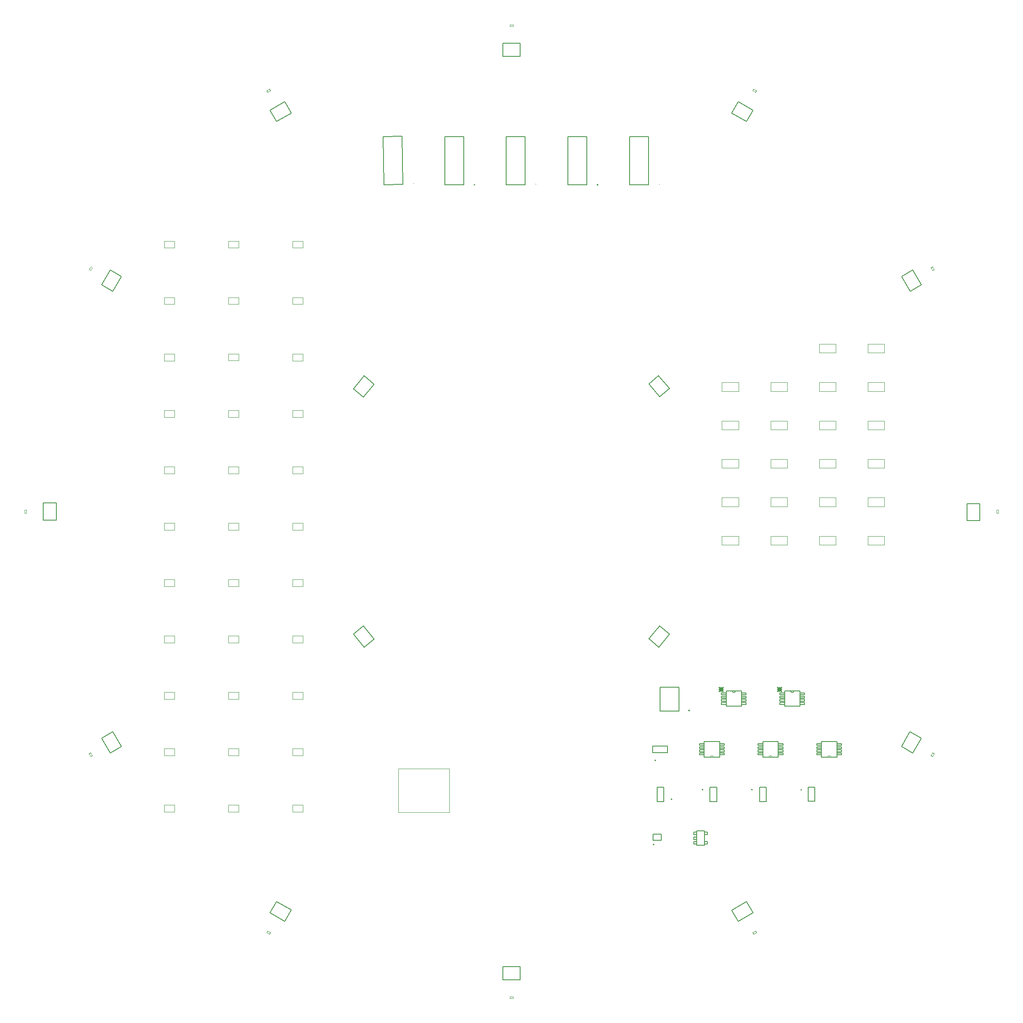
<source format=gbr>
%TF.GenerationSoftware,Altium Limited,Altium Designer,20.2.3 (150)*%
G04 Layer_Color=16711935*
%FSLAX45Y45*%
%MOMM*%
%TF.SameCoordinates,D065702F-5D7C-4ECE-B493-19553C93D9E3*%
%TF.FilePolarity,Positive*%
%TF.FileFunction,Other,Mechanical_13*%
%TF.Part,Single*%
G01*
G75*
%TA.AperFunction,NonConductor*%
%ADD54C,0.20000*%
%ADD55C,0.12700*%
%ADD56C,0.25400*%
%ADD70C,0.00000*%
%ADD71C,0.15240*%
%ADD96C,0.10000*%
D54*
X13933437Y4147240D02*
G03*
X13933437Y4147240I-10000J0D01*
G01*
X14663745Y6905424D02*
G03*
X14663745Y6905424I-10000J0D01*
G01*
X15956410Y5278948D02*
G03*
X15956410Y5278948I-10000J0D01*
G01*
X14300247Y5078948D02*
G03*
X14300247Y5078948I-10000J0D01*
G01*
X14940247Y5278945D02*
G03*
X14940247Y5278945I-10000J0D01*
G01*
X13966934Y5880918D02*
G03*
X13966934Y5880918I-10000J0D01*
G01*
X16972569Y5272947D02*
G03*
X16972569Y5272947I-10000J0D01*
G01*
X14045103Y17729718D02*
G03*
X14045103Y17729718I-7787J-6274D01*
G01*
X10242006Y17732185D02*
G03*
X10242006Y17732185I-5796J-8149D01*
G01*
X11500069Y17733086D02*
G03*
X11500069Y17733086I2653J-9642D01*
G01*
X12780021Y17723444D02*
G03*
X12780021Y17723444I-10000J0D01*
G01*
X8989558Y17746742D02*
G03*
X8989558Y17746742I-3386J-9409D01*
G01*
D55*
X13912840Y4234439D02*
Y4364441D01*
X14082837D01*
Y4234439D02*
Y4364441D01*
X13912840Y4234439D02*
X14082837D01*
X14054745Y6890675D02*
Y7381174D01*
X14444746Y6890675D02*
Y7381174D01*
X14054745D02*
X14444746D01*
X14054745Y6890675D02*
X14444746D01*
X16101411Y5028951D02*
X16241409D01*
X16101411Y5328950D02*
X16241409D01*
Y5028951D02*
Y5328950D01*
X16101411Y5028951D02*
Y5328950D01*
X13995248D02*
X14135246D01*
X13995248Y5028951D02*
X14135246D01*
X13995248D02*
Y5328950D01*
X14135246Y5028951D02*
Y5328950D01*
X15085248Y5028946D02*
X15225249D01*
X15085248Y5328945D02*
X15225249D01*
Y5028946D02*
Y5328945D01*
X15085248Y5028946D02*
Y5328945D01*
X14206931Y6035914D02*
Y6175919D01*
X13906932Y6035914D02*
Y6175919D01*
X14206931D01*
X13906932Y6035914D02*
X14206931D01*
X17107565Y5036449D02*
X17237569D01*
Y5326451D01*
X17107565D02*
X17237569D01*
X17107565Y5036449D02*
Y5326451D01*
X13427817Y17722948D02*
Y18712943D01*
X13817818Y17722942D02*
Y18712943D01*
X13427817D02*
X13817818D01*
X13427817Y17722948D02*
X13817818Y17722942D01*
X9625955Y18713065D02*
X9626712Y17723068D01*
X10015957Y18713370D02*
X10016714Y17723363D01*
X9625955Y18713065D02*
X10015957Y18713370D01*
X9626712Y17723068D02*
X10016714Y17723363D01*
X10893222Y17722948D02*
Y18712943D01*
X11283224Y17722948D02*
Y18712947D01*
X10893222Y18712943D02*
X11283224Y18712947D01*
X10893222Y17722948D02*
X11283224D01*
X12160519Y17722942D02*
Y18712943D01*
X12550521Y17722942D02*
Y18712943D01*
X12160519D02*
X12550521D01*
X12160519Y17722942D02*
X12550521D01*
X8358937Y18715685D02*
X8376778Y17725842D01*
X8748873Y18722716D02*
X8766713Y17732874D01*
X8358937Y18715685D02*
X8748873Y18722716D01*
X8376778Y17725842D02*
X8766713Y17732874D01*
X1632453Y11175335D02*
X1632539Y10825333D01*
X1367450Y11175263D02*
X1632453Y11175335D01*
X1367450Y11175263D02*
X1367541Y10825267D01*
X1632539Y10825333D01*
X14027338Y8209854D02*
X14252316Y8477966D01*
X14049313Y8648304D02*
X14252316Y8477966D01*
X13824336Y8380192D02*
X14049313Y8648304D01*
X13824336Y8380192D02*
X14027338Y8209854D01*
X14026982Y13798108D02*
X14252347Y13530321D01*
X13824225Y13627477D02*
X14026982Y13798108D01*
X13824225Y13627477D02*
X14049588Y13359689D01*
X14252347Y13530321D01*
X7747686Y13522035D02*
X7972659Y13790147D01*
X7747686Y13522035D02*
X7950688Y13351698D01*
X8175666Y13619810D01*
X7972659Y13790147D02*
X8175666Y13619810D01*
X7747686Y8477504D02*
X7972659Y8209392D01*
X8175666Y8379729D01*
X7950688Y8647846D02*
X8175666Y8379729D01*
X7747686Y8477504D02*
X7950688Y8647846D01*
X20370302Y10811124D02*
X20370810Y11161126D01*
X20370302Y10811124D02*
X20635300Y10810738D01*
X20635808Y11160740D01*
X20370810Y11161126D02*
X20635808Y11160740D01*
X2799817Y15532414D02*
X2975285Y15835254D01*
X2745989Y15968111D02*
X2975285Y15835254D01*
X2570526Y15665273D02*
X2745989Y15968111D01*
X2570526Y15665273D02*
X2799817Y15532414D01*
X2799522Y6468105D02*
X2974980Y6165261D01*
X2570226Y6335253D02*
X2799522Y6468105D01*
X2570226Y6335253D02*
X2745689Y6032414D01*
X2974980Y6165261D01*
X6164128Y2975026D02*
X6467500Y2800482D01*
X6031977Y2745323D02*
X6164128Y2975026D01*
X6031977Y2745323D02*
X6335349Y2570785D01*
X6467500Y2800482D01*
X10824703Y1632499D02*
X11174705Y1632488D01*
X10824698Y1367500D02*
X10824703Y1632499D01*
X10824698Y1367500D02*
X11174694Y1367490D01*
X11174705Y1632488D01*
X15531978Y2800193D02*
X15835361Y2974721D01*
X15531978Y2800193D02*
X15664124Y2570490D01*
X15967506Y2745019D01*
X15835361Y2974721D02*
X15967506Y2745019D01*
X19024718Y6164748D02*
X19200185Y6467582D01*
X19024718Y6164748D02*
X19254008Y6031890D01*
X19429475Y6334730D01*
X19200185Y6467582D02*
X19429475Y6334730D01*
X19025017Y15834737D02*
X19200481Y15531897D01*
X19429776Y15664749D01*
X19254314Y15967587D02*
X19429776Y15664749D01*
X19025017Y15834737D02*
X19254314Y15967587D01*
X15532501Y19199519D02*
X15835873Y19024976D01*
X15968025Y19254672D01*
X15664651Y19429218D02*
X15968025Y19254672D01*
X15532501Y19199519D02*
X15664651Y19429218D01*
X10825297Y20367513D02*
X11175294Y20367503D01*
X11175304Y20632501D01*
X10825302Y20632510D02*
X11175304Y20632501D01*
X10825297Y20367513D02*
X10825302Y20632510D01*
X6164636Y19025281D02*
X6468019Y19199805D01*
X6335878Y19429512D02*
X6468019Y19199805D01*
X6032495Y19254988D02*
X6335878Y19429512D01*
X6032495Y19254988D02*
X6164636Y19025281D01*
D56*
X15269934Y7382574D02*
X15354573Y7297934D01*
X15269934D02*
X15354573Y7382574D01*
X15269934Y7340254D02*
X15354573D01*
X15312253Y7297934D02*
Y7382574D01*
X16471915D02*
X16556554Y7297934D01*
X16471915D02*
X16556554Y7382574D01*
X16471915Y7340254D02*
X16556554D01*
X16514235Y7297934D02*
Y7382574D01*
D70*
X17567915Y5949416D02*
G03*
X17506955Y5949416I-30480J0D01*
G01*
X16360857D02*
G03*
X16299896Y5949416I-30480J0D01*
G01*
X15153796Y5949419D02*
G03*
X15092838Y5949419I-30480J0D01*
G01*
D71*
X15544254Y7304715D02*
G03*
X15605214Y7304715I30480J0D01*
G01*
X16746236D02*
G03*
X16807195Y7304715I30480J0D01*
G01*
X14810806Y4136700D02*
Y4426260D01*
X14968286D01*
Y4136700D02*
Y4426260D01*
X14810806Y4136700D02*
X14968286D01*
Y4400860D02*
X15031786D01*
Y4352600D02*
Y4400860D01*
X14968286Y4352600D02*
X15031786D01*
X14968286D02*
Y4400860D01*
Y4210360D02*
X15031786D01*
Y4162100D02*
Y4210360D01*
X14968286Y4162100D02*
X15031786D01*
X14968286D02*
Y4210360D01*
X14747305Y4162100D02*
X14810806D01*
X14747305D02*
Y4210360D01*
X14810806D01*
Y4162100D02*
Y4210360D01*
X14747305Y4256080D02*
X14810806D01*
X14747305D02*
Y4306880D01*
X14810806D01*
Y4256080D02*
Y4306880D01*
X14747305Y4352600D02*
X14810806D01*
X14747305D02*
Y4400860D01*
X14810806D01*
Y4352600D02*
Y4400860D01*
X17697455Y5949417D02*
Y6269457D01*
X17567915Y5949417D02*
X17697455D01*
X17506955D02*
X17567915D01*
X17377415D02*
X17506955D01*
X17377415D02*
Y6269457D01*
X17697455D01*
X17280894Y5992597D02*
X17377415D01*
X17280894D02*
Y6030697D01*
X17377415D01*
Y5992597D02*
Y6030697D01*
X17280894Y6058637D02*
X17377415D01*
X17280894D02*
Y6096737D01*
X17377415D01*
Y6058637D02*
Y6096737D01*
X17280894Y6122137D02*
X17377415D01*
X17280894D02*
Y6160237D01*
X17377415D01*
Y6122137D02*
Y6160237D01*
X17280894Y6188177D02*
X17377415D01*
X17280894D02*
Y6226277D01*
X17377415D01*
Y6188177D02*
Y6226277D01*
X17697455D02*
X17793974D01*
Y6188177D02*
Y6226277D01*
X17697455Y6188177D02*
X17793974D01*
X17697455D02*
Y6226277D01*
Y6160237D02*
X17793974D01*
Y6122137D02*
Y6160237D01*
X17697455Y6122137D02*
X17793974D01*
X17697455D02*
Y6160237D01*
Y6096737D02*
X17793974D01*
Y6058637D02*
Y6096737D01*
X17697455Y6058637D02*
X17793974D01*
X17697455D02*
Y6096737D01*
Y6030697D02*
X17793974D01*
Y5992597D02*
Y6030697D01*
X17697455Y5992597D02*
X17793974D01*
X17697455D02*
Y6030697D01*
X16490396Y5949417D02*
Y6269457D01*
X16360857Y5949417D02*
X16490396D01*
X16299896D02*
X16360857D01*
X16170357D02*
X16299896D01*
X16170357D02*
Y6269457D01*
X16490396D01*
X16073836Y5992597D02*
X16170357D01*
X16073836D02*
Y6030697D01*
X16170357D01*
Y5992597D02*
Y6030697D01*
X16073836Y6058637D02*
X16170357D01*
X16073836D02*
Y6096737D01*
X16170357D01*
Y6058637D02*
Y6096737D01*
X16073836Y6122137D02*
X16170357D01*
X16073836D02*
Y6160237D01*
X16170357D01*
Y6122137D02*
Y6160237D01*
X16073836Y6188177D02*
X16170357D01*
X16073836D02*
Y6226277D01*
X16170357D01*
Y6188177D02*
Y6226277D01*
X16490396D02*
X16586916D01*
Y6188177D02*
Y6226277D01*
X16490396Y6188177D02*
X16586916D01*
X16490396D02*
Y6226277D01*
Y6160237D02*
X16586916D01*
Y6122137D02*
Y6160237D01*
X16490396Y6122137D02*
X16586916D01*
X16490396D02*
Y6160237D01*
Y6096737D02*
X16586916D01*
Y6058637D02*
Y6096737D01*
X16490396Y6058637D02*
X16586916D01*
X16490396D02*
Y6096737D01*
Y6030697D02*
X16586916D01*
Y5992597D02*
Y6030697D01*
X16490396Y5992597D02*
X16586916D01*
X16490396D02*
Y6030697D01*
X15283337Y5949417D02*
Y6269457D01*
X15153796Y5949417D02*
X15283337D01*
X15092838D02*
X15153796D01*
X14963297D02*
X15092838D01*
X14963297D02*
Y6269457D01*
X15283337D01*
X14866777Y5992597D02*
X14963297D01*
X14866777D02*
Y6030697D01*
X14963297D01*
Y5992597D02*
Y6030697D01*
X14866777Y6058637D02*
X14963297D01*
X14866777D02*
Y6096737D01*
X14963297D01*
Y6058637D02*
Y6096737D01*
X14866777Y6122137D02*
X14963297D01*
X14866777D02*
Y6160237D01*
X14963297D01*
Y6122137D02*
Y6160237D01*
X14866777Y6188177D02*
X14963297D01*
X14866777D02*
Y6226277D01*
X14963297D01*
Y6188177D02*
Y6226277D01*
X15283337D02*
X15379857D01*
Y6188177D02*
Y6226277D01*
X15283337Y6188177D02*
X15379857D01*
X15283337D02*
Y6226277D01*
Y6160237D02*
X15379857D01*
Y6122137D02*
Y6160237D01*
X15283337Y6122137D02*
X15379857D01*
X15283337D02*
Y6160237D01*
Y6096737D02*
X15379857D01*
Y6058637D02*
Y6096737D01*
X15283337Y6058637D02*
X15379857D01*
X15283337D02*
Y6096737D01*
Y6030697D02*
X15379857D01*
Y5992597D02*
Y6030697D01*
X15283337Y5992597D02*
X15379857D01*
X15283337D02*
Y6030697D01*
X15419797Y6994835D02*
Y7304715D01*
X15544257D01*
X15605215D01*
X15729675D01*
Y6994835D02*
Y7304715D01*
X15419797Y6994835D02*
X15729675D01*
Y7266615D02*
X15828735D01*
Y7228515D02*
Y7266615D01*
X15729675Y7228515D02*
X15828735D01*
X15729675D02*
Y7266615D01*
Y7200575D02*
X15828735D01*
Y7162475D02*
Y7200575D01*
X15729675Y7162475D02*
X15828735D01*
X15729675D02*
Y7200575D01*
Y7137075D02*
X15828735D01*
Y7098975D02*
Y7137075D01*
X15729675Y7098975D02*
X15828735D01*
X15729675D02*
Y7137075D01*
Y7071035D02*
X15828735D01*
Y7032935D02*
Y7071035D01*
X15729675Y7032935D02*
X15828735D01*
X15729675D02*
Y7071035D01*
X15320737Y7032935D02*
X15419797D01*
X15320737D02*
Y7071035D01*
X15419797D01*
Y7032935D02*
Y7071035D01*
X15320737Y7098975D02*
X15419797D01*
X15320737D02*
Y7137075D01*
X15419797D01*
Y7098975D02*
Y7137075D01*
X15320737Y7162475D02*
X15419797D01*
X15320737D02*
Y7200575D01*
X15419797D01*
Y7162475D02*
Y7200575D01*
X15320737Y7228515D02*
X15419797D01*
X15320737D02*
Y7266615D01*
X15419797D01*
Y7228515D02*
Y7266615D01*
X16621774Y6994835D02*
Y7304715D01*
X16746236D01*
X16807195D01*
X16931654D01*
Y6994835D02*
Y7304715D01*
X16621774Y6994835D02*
X16931654D01*
Y7266615D02*
X17030714D01*
Y7228515D02*
Y7266615D01*
X16931654Y7228515D02*
X17030714D01*
X16931654D02*
Y7266615D01*
Y7200575D02*
X17030714D01*
Y7162475D02*
Y7200575D01*
X16931654Y7162475D02*
X17030714D01*
X16931654D02*
Y7200575D01*
Y7137075D02*
X17030714D01*
Y7098975D02*
Y7137075D01*
X16931654Y7098975D02*
X17030714D01*
X16931654D02*
Y7137075D01*
Y7071035D02*
X17030714D01*
Y7032935D02*
Y7071035D01*
X16931654Y7032935D02*
X17030714D01*
X16931654D02*
Y7071035D01*
X16522716Y7032935D02*
X16621774D01*
X16522716D02*
Y7071035D01*
X16621774D01*
Y7032935D02*
Y7071035D01*
X16522716Y7098975D02*
X16621774D01*
X16522716D02*
Y7137075D01*
X16621774D01*
Y7098975D02*
Y7137075D01*
X16522716Y7162475D02*
X16621774D01*
X16522716D02*
Y7200575D01*
X16621774D01*
Y7162475D02*
Y7200575D01*
X16522716Y7228515D02*
X16621774D01*
X16522716D02*
Y7266615D01*
X16621774D01*
Y7228515D02*
Y7266615D01*
D96*
X18671184Y10315158D02*
Y10495158D01*
X18331184Y10315158D02*
Y10495158D01*
Y10315158D02*
X18671184D01*
X18331184Y10495158D02*
X18671184D01*
X17670860Y10315158D02*
Y10495158D01*
X17330862Y10315158D02*
Y10495158D01*
Y10315158D02*
X17670860D01*
X17330862Y10495158D02*
X17670860D01*
X16670543Y10315158D02*
Y10495158D01*
X16330544Y10315158D02*
Y10495158D01*
Y10315158D02*
X16670543D01*
X16330544Y10495158D02*
X16670543D01*
X15670226Y10315158D02*
Y10495158D01*
X15330226Y10315158D02*
Y10495158D01*
Y10315158D02*
X15670226D01*
X15330226Y10495158D02*
X15670226D01*
X18671179Y11105479D02*
Y11285479D01*
X18331180Y11105479D02*
Y11285479D01*
Y11105479D02*
X18671179D01*
X18331180Y11285479D02*
X18671179D01*
X17670860Y11105479D02*
Y11285479D01*
X17330862Y11105479D02*
Y11285479D01*
Y11105479D02*
X17670860D01*
X17330862Y11285479D02*
X17670860D01*
X16670538Y11105479D02*
Y11285479D01*
X16330539Y11105479D02*
Y11285479D01*
Y11105479D02*
X16670538D01*
X16330539Y11285479D02*
X16670538D01*
X15670226Y11105479D02*
Y11285479D01*
X15330226Y11105479D02*
Y11285479D01*
Y11105479D02*
X15670226D01*
X15330226Y11285479D02*
X15670226D01*
X18671184Y11895795D02*
Y12075795D01*
X18331180Y11895795D02*
Y12075795D01*
Y11895795D02*
X18671184D01*
X18331180Y12075795D02*
X18671184D01*
X17670860Y11895795D02*
Y12075795D01*
X17330862Y11895795D02*
Y12075795D01*
Y11895795D02*
X17670860D01*
X17330862Y12075795D02*
X17670860D01*
X16670538Y11895795D02*
Y12075795D01*
X16330539Y11895795D02*
Y12075795D01*
Y11895795D02*
X16670538D01*
X16330539Y12075795D02*
X16670538D01*
X15670226Y11895795D02*
Y12075795D01*
X15330226Y11895795D02*
Y12075795D01*
Y11895795D02*
X15670226D01*
X15330226Y12075795D02*
X15670226D01*
X18671184Y12686116D02*
Y12866116D01*
X18331184Y12686116D02*
Y12866116D01*
Y12686116D02*
X18671184D01*
X18331184Y12866116D02*
X18671184D01*
X17670860Y12686116D02*
Y12866116D01*
X17330862Y12686116D02*
Y12866116D01*
Y12686116D02*
X17670860D01*
X17330862Y12866116D02*
X17670860D01*
X16670543Y12686116D02*
Y12866116D01*
X16330539Y12686116D02*
Y12866116D01*
Y12686116D02*
X16670543D01*
X16330539Y12866116D02*
X16670543D01*
X15670226Y12686116D02*
Y12866116D01*
X15330226Y12686116D02*
Y12866116D01*
Y12686116D02*
X15670226D01*
X15330226Y12866116D02*
X15670226D01*
X18671179Y13476437D02*
Y13656438D01*
X18331180Y13476437D02*
Y13656438D01*
Y13476437D02*
X18671179D01*
X18331180Y13656438D02*
X18671179D01*
X17670860Y13476437D02*
Y13656438D01*
X17330856Y13476437D02*
Y13656438D01*
Y13476437D02*
X17670860D01*
X17330856Y13656438D02*
X17670860D01*
X16670538Y13476437D02*
Y13656438D01*
X16330539Y13476437D02*
Y13656438D01*
Y13476437D02*
X16670538D01*
X16330539Y13656438D02*
X16670538D01*
X15670215Y13476437D02*
Y13656438D01*
X15330215Y13476437D02*
Y13656438D01*
Y13476437D02*
X15670215D01*
X15330215Y13656438D02*
X15670215D01*
X18671184Y14266753D02*
Y14446753D01*
X18331184Y14266753D02*
Y14446753D01*
Y14266753D02*
X18671184D01*
X18331184Y14446753D02*
X18671184D01*
X17670860Y14266753D02*
Y14446753D01*
X17330862Y14266753D02*
Y14446753D01*
Y14266753D02*
X17670860D01*
X17330862Y14446753D02*
X17670860D01*
X3854719Y16424046D02*
X4069720D01*
X3854719Y16564046D02*
X4069720D01*
Y16424046D02*
Y16564046D01*
X3854719Y16424046D02*
Y16564046D01*
X5175042Y16424046D02*
X5390043D01*
X5175042Y16564046D02*
X5390043D01*
Y16424046D02*
Y16564046D01*
X5175042Y16424046D02*
Y16564046D01*
X6495359Y16424046D02*
X6710360D01*
X6495359Y16564046D02*
X6710360D01*
Y16424046D02*
Y16564046D01*
X6495359Y16424046D02*
Y16564046D01*
X3854719Y15263724D02*
X4069720D01*
X3854719Y15403728D02*
X4069720D01*
Y15263724D02*
Y15403728D01*
X3854719Y15263724D02*
Y15403728D01*
X5175042Y15263724D02*
X5390043D01*
X5175042Y15403728D02*
X5390043D01*
Y15263724D02*
Y15403728D01*
X5175042Y15263724D02*
Y15403728D01*
X6495359Y15263728D02*
X6710360D01*
X6495359Y15403728D02*
X6710360D01*
Y15263728D02*
Y15403728D01*
X6495359Y15263728D02*
Y15403728D01*
X3854719Y14103401D02*
X4069720D01*
X3854719Y14243407D02*
X4069720D01*
Y14103401D02*
Y14243407D01*
X3854719Y14103401D02*
Y14243407D01*
X5175042Y14103406D02*
X5390043D01*
X5175042Y14243407D02*
X5390043D01*
Y14103406D02*
Y14243407D01*
X5175042Y14103406D02*
Y14243407D01*
X6495359Y14103401D02*
X6710360D01*
X6495359Y14243407D02*
X6710360D01*
Y14103401D02*
Y14243407D01*
X6495359Y14103401D02*
Y14243407D01*
X3854724Y12943088D02*
X4069720D01*
X3854724Y13083089D02*
X4069720D01*
Y12943088D02*
Y13083089D01*
X3854724Y12943088D02*
Y13083089D01*
X5175042Y12943083D02*
X5390043D01*
X5175042Y13083089D02*
X5390043D01*
Y12943083D02*
Y13083089D01*
X5175042Y12943083D02*
Y13083089D01*
X6495359Y12943088D02*
X6710360D01*
X6495359Y13083089D02*
X6710360D01*
Y12943088D02*
Y13083089D01*
X6495359Y12943088D02*
Y13083089D01*
X3854719Y11782760D02*
X4069720D01*
X3854719Y11922765D02*
X4069720D01*
Y11782760D02*
Y11922765D01*
X3854719Y11782760D02*
Y11922765D01*
X5175042Y11782765D02*
X5390043D01*
X5175042Y11922765D02*
X5390043D01*
Y11782765D02*
Y11922765D01*
X5175042Y11782765D02*
Y11922765D01*
X6495364Y11782760D02*
X6710360D01*
X6495364Y11922765D02*
X6710360D01*
Y11782760D02*
Y11922765D01*
X6495364Y11782760D02*
Y11922765D01*
X3854724Y10622448D02*
X4069720D01*
X3854724Y10762447D02*
X4069720D01*
Y10622448D02*
Y10762447D01*
X3854724Y10622448D02*
Y10762447D01*
X5175047Y10622443D02*
X5390043D01*
X5175047Y10762447D02*
X5390043D01*
Y10622443D02*
Y10762447D01*
X5175047Y10622443D02*
Y10762447D01*
X6495359Y10622448D02*
X6710360D01*
X6495359Y10762447D02*
X6710360D01*
Y10622448D02*
Y10762447D01*
X6495359Y10622448D02*
Y10762447D01*
X3854724Y9602125D02*
X4069720D01*
X3854724Y9462125D02*
X4069720D01*
X3854724D02*
Y9602125D01*
X4069720Y9462125D02*
Y9602125D01*
X5175047Y9462130D02*
X5390043D01*
X5175047Y9602130D02*
X5390043D01*
Y9462130D02*
Y9602130D01*
X5175047Y9462130D02*
Y9602130D01*
X6495364Y9462125D02*
X6710360D01*
X6495364Y9602130D02*
X6710360D01*
Y9462125D02*
Y9602130D01*
X6495364Y9462125D02*
Y9602130D01*
X3854724Y8301807D02*
X4069720D01*
X3854724Y8441807D02*
X4069720D01*
Y8301807D02*
Y8441807D01*
X3854724Y8301807D02*
Y8441807D01*
X5175042Y8301802D02*
X5390043D01*
X5175042Y8441802D02*
X5390043D01*
Y8301802D02*
Y8441802D01*
X5175042Y8301802D02*
Y8441802D01*
X6495359Y8301802D02*
X6710360Y8301807D01*
X6495359Y8441807D02*
X6710360D01*
Y8301807D02*
Y8441807D01*
X6495359Y8301802D02*
Y8441807D01*
X3854719Y7141484D02*
X4069720D01*
X3854719Y7281489D02*
X4069720D01*
Y7141484D02*
Y7281489D01*
X3854719Y7141484D02*
Y7281489D01*
X5175042Y7141489D02*
X5390043D01*
X5175042Y7281489D02*
X5390043D01*
Y7141489D02*
Y7281489D01*
X5175042Y7141489D02*
Y7281489D01*
X6495359Y7141484D02*
X6710360D01*
X6495359Y7281489D02*
X6710360D01*
Y7141484D02*
Y7281489D01*
X6495359Y7141484D02*
Y7281489D01*
X3854719Y5981167D02*
X4069720D01*
X3854719Y6121166D02*
X4069720D01*
Y5981167D02*
Y6121166D01*
X3854719Y5981167D02*
Y6121166D01*
X5175042Y5981162D02*
X5390043D01*
X5175042Y6121166D02*
X5390043D01*
Y5981162D02*
Y6121166D01*
X5175042Y5981162D02*
Y6121166D01*
X6495359Y5981167D02*
X6710360D01*
X6495359Y6121166D02*
X6710360D01*
Y5981167D02*
Y6121166D01*
X6495359Y5981167D02*
Y6121166D01*
X3854719Y4820844D02*
X4069720D01*
X3854719Y4960849D02*
X4069720D01*
Y4820844D02*
Y4960849D01*
X3854719Y4820844D02*
Y4960849D01*
X5175042Y4820849D02*
X5390043D01*
X5175042Y4960849D02*
X5390043D01*
Y4820849D02*
Y4960849D01*
X5175042Y4820849D02*
Y4960849D01*
X6495359Y4820844D02*
X6710360D01*
X6495359Y4960849D02*
X6710360D01*
Y4820844D02*
Y4960849D01*
X6495359Y4820844D02*
Y4960849D01*
X8667740Y4807458D02*
X9722744D01*
X8667740Y5707456D02*
X9722744D01*
X8667740Y4807458D02*
Y5707456D01*
X9722744Y4807458D02*
Y5707456D01*
X21017067Y10967268D02*
X21017941Y11032261D01*
X20982066Y10967735D02*
X20982945Y11032734D01*
X21017941Y11032261D01*
X20982066Y10967735D02*
X21017067Y10967268D01*
X10967502Y21017503D02*
X11032500D01*
X10967502Y20982503D02*
X11032500Y20982507D01*
X10967502Y20982503D02*
Y21017503D01*
X11032500Y20982507D02*
Y21017503D01*
X15980705Y19691727D02*
X16036896Y19659056D01*
X15963107Y19661464D02*
X16019302Y19628795D01*
X15963107Y19661464D02*
X15980705Y19691727D01*
X16019302Y19628795D02*
X16036896Y19659056D01*
X5963102Y19659163D02*
X6019394Y19691666D01*
X5980603Y19628856D02*
X6036894Y19661353D01*
X5963102Y19659163D02*
X5980603Y19628856D01*
X6019394Y19691666D02*
X6036894Y19661353D01*
X2335256Y15962198D02*
X2374316Y16014151D01*
X2307280Y15983229D02*
X2346340Y16035182D01*
X2374316Y16014151D01*
X2307280Y15983229D02*
X2335256Y15962198D01*
X982370Y11032429D02*
X982619Y10967430D01*
X1017367Y11032566D02*
X1017621Y10967568D01*
X982619Y10967430D02*
X1017621Y10967568D01*
X982370Y11032429D02*
X1017367Y11032566D01*
X2308428Y6019536D02*
X2340666Y5963097D01*
X2338817Y6036899D02*
X2371060Y5980455D01*
X2340666Y5963097D02*
X2371060Y5980455D01*
X2308428Y6019536D02*
X2338817Y6036899D01*
X5963102Y2340834D02*
X6019394Y2308337D01*
X5980603Y2371146D02*
X6036894Y2338644D01*
X6019394Y2308337D02*
X6036894Y2338644D01*
X5963102Y2340834D02*
X5980603Y2371146D01*
X10967502Y982492D02*
X11032500D01*
X10967502Y1017494D02*
X11032500D01*
Y982492D02*
Y1017494D01*
X10967502Y982492D02*
Y1017494D01*
X15980608Y2308337D02*
X16036900Y2340833D01*
X15963107Y2338649D02*
X16019398Y2371146D01*
X16036900Y2340833D01*
X15963107Y2338649D02*
X15980608Y2308337D01*
X19659163Y5963102D02*
X19691666Y6019394D01*
X19628851Y5980603D02*
X19661353Y6036894D01*
X19691666Y6019394D01*
X19628851Y5980603D02*
X19659163Y5963102D01*
Y16036899D02*
X19691666Y15980608D01*
X19628851Y16019398D02*
X19661353Y15963107D01*
X19628851Y16019398D02*
X19659163Y16036899D01*
X19661353Y15963107D02*
X19691666Y15980608D01*
%TF.MD5,15c6fa3c291702b1a997aba6e6e69704*%
M02*

</source>
